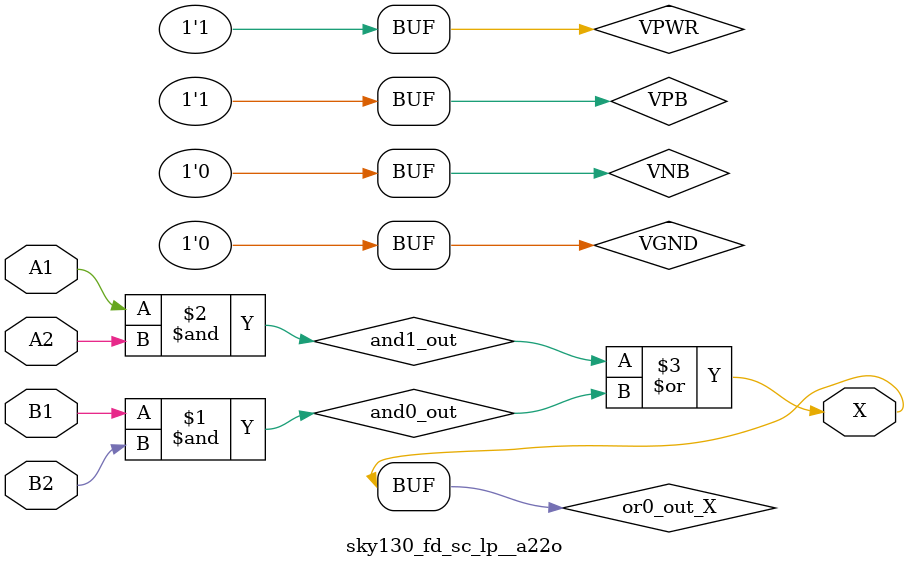
<source format=v>
/*
 * Copyright 2020 The SkyWater PDK Authors
 *
 * Licensed under the Apache License, Version 2.0 (the "License");
 * you may not use this file except in compliance with the License.
 * You may obtain a copy of the License at
 *
 *     https://www.apache.org/licenses/LICENSE-2.0
 *
 * Unless required by applicable law or agreed to in writing, software
 * distributed under the License is distributed on an "AS IS" BASIS,
 * WITHOUT WARRANTIES OR CONDITIONS OF ANY KIND, either express or implied.
 * See the License for the specific language governing permissions and
 * limitations under the License.
 *
 * SPDX-License-Identifier: Apache-2.0
*/


`ifndef SKY130_FD_SC_LP__A22O_TIMING_V
`define SKY130_FD_SC_LP__A22O_TIMING_V

/**
 * a22o: 2-input AND into both inputs of 2-input OR.
 *
 *       X = ((A1 & A2) | (B1 & B2))
 *
 * Verilog simulation timing model.
 */

`timescale 1ns / 1ps
`default_nettype none

`celldefine
module sky130_fd_sc_lp__a22o (
    X ,
    A1,
    A2,
    B1,
    B2
);

    // Module ports
    output X ;
    input  A1;
    input  A2;
    input  B1;
    input  B2;

    // Module supplies
    supply1 VPWR;
    supply0 VGND;
    supply1 VPB ;
    supply0 VNB ;

    // Local signals
    wire and0_out ;
    wire and1_out ;
    wire or0_out_X;

    //  Name  Output     Other arguments
    and and0 (and0_out , B1, B2            );
    and and1 (and1_out , A1, A2            );
    or  or0  (or0_out_X, and1_out, and0_out);
    buf buf0 (X        , or0_out_X         );

endmodule
`endcelldefine

`default_nettype wire
`endif  // SKY130_FD_SC_LP__A22O_TIMING_V

</source>
